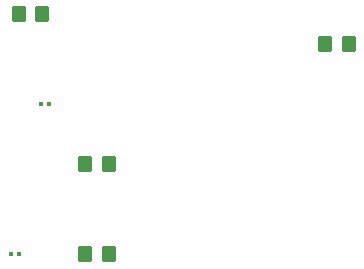
<source format=gbr>
%TF.GenerationSoftware,KiCad,Pcbnew,7.0.10*%
%TF.CreationDate,2024-03-07T13:47:23-05:00*%
%TF.ProjectId,GPS_Breakout,4750535f-4272-4656-916b-6f75742e6b69,rev?*%
%TF.SameCoordinates,Original*%
%TF.FileFunction,Paste,Top*%
%TF.FilePolarity,Positive*%
%FSLAX46Y46*%
G04 Gerber Fmt 4.6, Leading zero omitted, Abs format (unit mm)*
G04 Created by KiCad (PCBNEW 7.0.10) date 2024-03-07 13:47:23*
%MOMM*%
%LPD*%
G01*
G04 APERTURE LIST*
G04 Aperture macros list*
%AMRoundRect*
0 Rectangle with rounded corners*
0 $1 Rounding radius*
0 $2 $3 $4 $5 $6 $7 $8 $9 X,Y pos of 4 corners*
0 Add a 4 corners polygon primitive as box body*
4,1,4,$2,$3,$4,$5,$6,$7,$8,$9,$2,$3,0*
0 Add four circle primitives for the rounded corners*
1,1,$1+$1,$2,$3*
1,1,$1+$1,$4,$5*
1,1,$1+$1,$6,$7*
1,1,$1+$1,$8,$9*
0 Add four rect primitives between the rounded corners*
20,1,$1+$1,$2,$3,$4,$5,0*
20,1,$1+$1,$4,$5,$6,$7,0*
20,1,$1+$1,$6,$7,$8,$9,0*
20,1,$1+$1,$8,$9,$2,$3,0*%
G04 Aperture macros list end*
%ADD10RoundRect,0.079500X-0.079500X-0.100500X0.079500X-0.100500X0.079500X0.100500X-0.079500X0.100500X0*%
%ADD11RoundRect,0.250000X-0.350000X-0.450000X0.350000X-0.450000X0.350000X0.450000X-0.350000X0.450000X0*%
G04 APERTURE END LIST*
D10*
%TO.C,D2*%
X132080000Y-76200000D03*
X131390000Y-76200000D03*
%TD*%
%TO.C,D1*%
X133930000Y-63500000D03*
X134620000Y-63500000D03*
%TD*%
D11*
%TO.C,R4*%
X132080000Y-55880000D03*
X134080000Y-55880000D03*
%TD*%
%TO.C,R3*%
X137700000Y-76200000D03*
X139700000Y-76200000D03*
%TD*%
%TO.C,R2*%
X137700000Y-68580000D03*
X139700000Y-68580000D03*
%TD*%
%TO.C,R1*%
X160020000Y-58420000D03*
X158020000Y-58420000D03*
%TD*%
M02*

</source>
